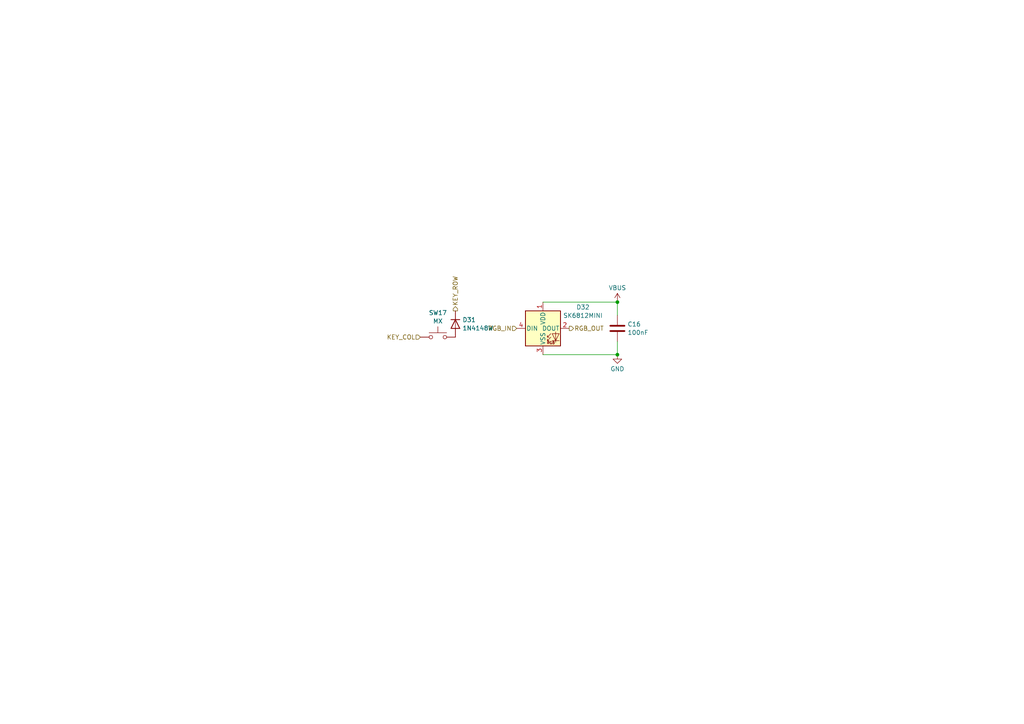
<source format=kicad_sch>
(kicad_sch (version 20231120) (generator "eeschema") (generator_version "8.0")
  (paper "A4")
  (lib_symbols
    (symbol "DecentUSB_Library:SK6812MINI" (pin_names (offset 0.254))
      (property "Reference" "D" (at 5.08 5.715 0))
      (property "Value" "SK6812MINI" (at 1.27 -5.715 0))
      (symbol "SK6812MINI_0_0"
        (text "RGB" (at 2.286 -4.191 0) (effects (font (size 0.762 0.762))))
      )
      (symbol "SK6812MINI_0_1"
        (polyline (pts (xy 1.27 -3.556) (xy 1.778 -3.556)))
        (polyline (pts (xy 1.27 -2.54) (xy 1.778 -2.54)))
        (polyline (pts (xy 4.699 -3.556) (xy 2.667 -3.556)))
        (polyline (pts (xy 2.286 -2.54) (xy 1.27 -3.556) (xy 1.27 -3.048)))
        (polyline (pts (xy 2.286 -1.524) (xy 1.27 -2.54) (xy 1.27 -2.032)))
        (polyline (pts (xy 3.683 -1.016) (xy 3.683 -3.556) (xy 3.683 -4.064)))
        (polyline (pts (xy 4.699 -1.524) (xy 2.667 -1.524) (xy 3.683 -3.556) (xy 4.699 -1.524)))
        (rectangle (start 5.08 5.08) (end -5.08 -5.08) (stroke (width 0.254)) (fill (type background)))
      )
      (symbol "SK6812MINI_1_1"
        (pin power_in line (at 0 7.62 270) (length 2.54) (name "VDD") (number "1"))
        (pin output line (at 7.62 0 180) (length 2.54) (name "DOUT") (number "2"))
        (pin power_in line (at 0 -7.62 90) (length 2.54) (name "VSS") (number "3"))
        (pin input line (at -7.62 0 0) (length 2.54) (name "DIN") (number "4"))
      )
    )
    (symbol "Device:C" (pin_numbers hide) (pin_names (offset 0.254))
      (property "Reference" "C" (at 0.635 2.54 0))
      (property "Value" "C" (at 0.635 -2.54 0))
      (symbol "C_0_1"
        (polyline (pts (xy -2.032 -0.762) (xy 2.032 -0.762)) (stroke (width 0.508)))
        (polyline (pts (xy -2.032 0.762) (xy 2.032 0.762)) (stroke (width 0.508)))
      )
      (symbol "C_1_1"
        (pin passive line (at 0 3.81 270) (length 2.794) (name "~") (number "1"))
        (pin passive line (at 0 -3.81 90) (length 2.794) (name "~") (number "2"))
      )
    )
    (symbol "Device:D" (pin_numbers hide) (pin_names (offset 1.016) hide)
      (property "Reference" "D" (at 0 2.54 0))
      (property "Value" "D" (at 0 -2.54 0))
      (symbol "D_0_1"
        (polyline (pts (xy -1.27 1.27) (xy -1.27 -1.27)) (stroke (width 0.254)))
        (polyline (pts (xy 1.27 0) (xy -1.27 0)))
        (polyline (pts (xy 1.27 1.27) (xy 1.27 -1.27) (xy -1.27 0) (xy 1.27 1.27)) (stroke (width 0.254)))
      )
      (symbol "D_1_1"
        (pin passive line (at -3.81 0 0) (length 2.54) (name "K") (number "1"))
        (pin passive line (at 3.81 0 180) (length 2.54) (name "A") (number "2"))
      )
    )
    (symbol "Switch:SW_Push" (pin_numbers hide) (pin_names (offset 1.016) hide)
      (property "Reference" "SW" (at 1.27 2.54 0))
      (property "Value" "SW_Push" (at 0 -1.524 0))
      (symbol "SW_Push_0_1"
        (circle (center -2.032 0) (radius 0.508))
        (polyline (pts (xy 0 1.27) (xy 0 3.048)))
        (polyline (pts (xy 2.54 1.27) (xy -2.54 1.27)))
        (circle (center 2.032 0) (radius 0.508))
        (pin passive line (at -5.08 0 0) (length 2.54) (name "1") (number "1"))
        (pin passive line (at 5.08 0 180) (length 2.54) (name "2") (number "2"))
      )
    )
    (symbol "power:GND" (power) (pin_numbers hide) (pin_names (offset 0) hide)
      (property "Value" "GND" (at 0 -3.81 0))
      (symbol "GND_0_1"
        (polyline (pts (xy 0 0) (xy 0 -1.27) (xy 1.27 -1.27) (xy 0 -2.54) (xy -1.27 -1.27) (xy 0 -1.27)))
      )
      (symbol "GND_1_1"
        (pin power_in line (at 0 0 270) (length 0) (name "~") (number "1"))
      )
    )
    (symbol "power:VBUS" (power) (pin_numbers hide) (pin_names (offset 0) hide)
      (property "Value" "VBUS" (at 0 3.556 0))
      (symbol "VBUS_0_1"
        (polyline (pts (xy -0.762 1.27) (xy 0 2.54)))
        (polyline (pts (xy 0 0) (xy 0 2.54)))
        (polyline (pts (xy 0 2.54) (xy 0.762 1.27)))
      )
      (symbol "VBUS_1_1"
        (pin power_in line (at 0 0 90) (length 0) (name "~") (number "1"))
      )
    )
  )
  (junction (at 179.07 87.63))
  (junction (at 179.07 102.87))
  (wire (pts (xy 179.07 102.87) (xy 157.48 102.87)))
  (wire (pts (xy 179.07 87.63) (xy 179.07 91.44)))
  (wire (pts (xy 157.48 87.63) (xy 179.07 87.63)))
  (wire (pts (xy 179.07 99.06) (xy 179.07 102.87)))
  (hierarchical_label "KEY_ROW" (shape output) (at 132.08 90.17 90))
  (hierarchical_label "KEY_COL" (shape input) (at 121.92 97.79 180))
  (hierarchical_label "RGB_OUT" (shape output) (at 165.1 95.25 0))
  (hierarchical_label "RGB_IN" (shape input) (at 149.86 95.25 180))
  (symbol (lib_id "Device:D") (at 132.08 93.98 270) (unit 1)
    (property "Reference" "D31" (at 134.112 92.7678 90) (effects (justify left)))
    (property "Value" "1N4148W" (at 134.112 95.1921 90) (effects (justify left)))
    (property "Footprint" "DecenTKL:D_SOD-123" (effects (hide yes)))
    (property "Description" "Diode" (effects (hide yes)))
    (property "Sim.Device" "D" (effects (hide yes)))
    (property "Sim.Pins" "1=K 2=A" (effects (hide yes)))
    (property "JLCPCB Part #" "C181134" (effects (hide yes)))
    (instances (project "DecentNumPad" (path "" (reference "D31") (unit 1)) (path "" (reference "D17") (unit 1)) (path "" (reference "D9") (unit 1)) (path "" (reference "D19") (unit 1)) (path "" (reference "D23") (unit 1)) (path "" (reference "D11") (unit 1)) (path "" (reference "D35") (unit 1)) (path "" (reference "D21") (unit 1)) (path "" (reference "D5") (unit 1)) (path "" (reference "D27") (unit 1)) (path "" (reference "D13") (unit 1)) (path "" (reference "D37") (unit 1)) (path "" (reference "D7") (unit 1)) (path "" (reference "D33") (unit 1)) (path "" (reference "D29") (unit 1)) (path "" (reference "D15") (unit 1)) (path "" (reference "D25") (unit 1))))
  )
  (symbol (lib_id "power:GND") (at 179.07 102.87 0) (unit 1)
    (property "Reference" "#PWR068" (effects (hide yes)))
    (property "Value" "GND" (at 179.07 107.0031 0))
    (property "Description" "Power symbol creates a global label with name \"GND\" , ground" (effects (hide yes)))
    (instances (project "" (path "" (reference "#PWR068") (unit 1)) (path "" (reference "#PWR061") (unit 1)) (path "" (reference "#PWR057") (unit 1)) (path "" (reference "#PWR062") (unit 1)) (path "" (reference "#PWR064") (unit 1)) (path "" (reference "#PWR058") (unit 1)) (path "" (reference "#PWR070") (unit 1)) (path "" (reference "#PWR063") (unit 1)) (path "" (reference "#PWR055") (unit 1)) (path "" (reference "#PWR066") (unit 1)) (path "" (reference "#PWR059") (unit 1)) (path "" (reference "#PWR071") (unit 1)) (path "" (reference "#PWR056") (unit 1)) (path "" (reference "#PWR069") (unit 1)) (path "" (reference "#PWR067") (unit 1)) (path "" (reference "#PWR060") (unit 1)) (path "" (reference "#PWR065") (unit 1))))
  )
  (symbol (lib_id "power:VBUS") (at 179.07 87.63 0) (unit 1)
    (property "Reference" "#PWR090" (effects (hide yes)))
    (property "Value" "VBUS" (at 179.07 83.4969 0))
    (property "Description" "Power symbol creates a global label with name \"VBUS\"" (effects (hide yes)))
    (instances (project "DecentNumPad" (path "" (reference "#PWR090") (unit 1)) (path "" (reference "#PWR083") (unit 1)) (path "" (reference "#PWR079") (unit 1)) (path "" (reference "#PWR084") (unit 1)) (path "" (reference "#PWR086") (unit 1)) (path "" (reference "#PWR080") (unit 1)) (path "" (reference "#PWR092") (unit 1)) (path "" (reference "#PWR085") (unit 1)) (path "" (reference "#PWR077") (unit 1)) (path "" (reference "#PWR088") (unit 1)) (path "" (reference "#PWR081") (unit 1)) (path "" (reference "#PWR093") (unit 1)) (path "" (reference "#PWR078") (unit 1)) (path "" (reference "#PWR091") (unit 1)) (path "" (reference "#PWR089") (unit 1)) (path "" (reference "#PWR082") (unit 1)) (path "" (reference "#PWR087") (unit 1))))
  )
  (symbol (lib_id "Device:C") (at 179.07 95.25 0) (unit 1)
    (property "Reference" "C16" (at 181.991 94.0378 0) (effects (justify left)))
    (property "Value" "100nF" (at 181.991 96.4621 0) (effects (justify left)))
    (property "Footprint" "DecenTKL:C_0603_1608Metric" (effects (hide yes)))
    (property "Description" "Unpolarized capacitor" (effects (hide yes)))
    (property "JLCPCB Part #" "C14663" (effects (hide yes)))
    (instances (project "DecentNumPad" (path "" (reference "C16") (unit 1)) (path "" (reference "C9") (unit 1)) (path "" (reference "C5") (unit 1)) (path "" (reference "C10") (unit 1)) (path "" (reference "C12") (unit 1)) (path "" (reference "C6") (unit 1)) (path "" (reference "C18") (unit 1)) (path "" (reference "C11") (unit 1)) (path "" (reference "C3") (unit 1)) (path "" (reference "C14") (unit 1)) (path "" (reference "C7") (unit 1)) (path "" (reference "C19") (unit 1)) (path "" (reference "C4") (unit 1)) (path "" (reference "C17") (unit 1)) (path "" (reference "C15") (unit 1)) (path "" (reference "C8") (unit 1)) (path "" (reference "C13") (unit 1))))
  )
  (symbol (lib_id "Switch:SW_Push") (at 127 97.79 0) (unit 1)
    (property "Reference" "SW17" (at 127 90.7245 0))
    (property "Value" "MX" (at 127 93.1488 0))
    (property "Footprint" "DecenTKL:Kailh_socket_MX_1-00U" (effects (hide yes)))
    (property "Description" "Push button switch, generic, two pins" (effects (hide yes)))
    (property "JLCPCB Part #" "C5156480" (effects (hide yes)))
    (property "JLCPCB Layer Override" "B.Cu" (effects (hide yes)))
    (instances (project "DecentNumPad" (path "" (reference "SW17") (unit 1)) (path "" (reference "SW10") (unit 1)) (path "" (reference "SW6") (unit 1)) (path "" (reference "SW11") (unit 1)) (path "" (reference "SW13") (unit 1)) (path "" (reference "SW7") (unit 1)) (path "" (reference "SW19") (unit 1)) (path "" (reference "SW12") (unit 1)) (path "" (reference "SW4") (unit 1)) (path "" (reference "SW15") (unit 1)) (path "" (reference "SW8") (unit 1)) (path "" (reference "SW20") (unit 1)) (path "" (reference "SW5") (unit 1)) (path "" (reference "SW18") (unit 1)) (path "" (reference "SW16") (unit 1)) (path "" (reference "SW9") (unit 1)) (path "" (reference "SW14") (unit 1))))
  )
  (symbol (lib_id "DecentUSB_Library:SK6812MINI") (at 157.48 95.25 0) (unit 1)
    (property "Reference" "D32" (at 169.0877 89.105 0))
    (property "Value" "SK6812MINI" (at 169.0877 91.5293 0))
    (property "Footprint" "LED_SMD:LED_SK6812MINI_PLCC4_3.5x3.5mm_P1.75mm" (effects (hide yes)))
    (property "Datasheet" "https://cdn-shop.adafruit.com/product-files/2686/SK6812MINI_REV.01-1-2.pdf" (effects (hide yes)))
    (property "Description" "RGB LED with integrated controller" (effects (hide yes)))
    (property "JLCPCB Part #" "C5149201" (effects (hide yes)))
    (instances (project "" (path "" (reference "D32") (unit 1)) (path "" (reference "D18") (unit 1)) (path "" (reference "D10") (unit 1)) (path "" (reference "D20") (unit 1)) (path "" (reference "D24") (unit 1)) (path "" (reference "D12") (unit 1)) (path "" (reference "D4") (unit 1)) (path "" (reference "D36") (unit 1)) (path "" (reference "D2") (unit 1)) (path "" (reference "D22") (unit 1)) (path "" (reference "D6") (unit 1)) (path "" (reference "D28") (unit 1)) (path "" (reference "D14") (unit 1)) (path "" (reference "D38") (unit 1)) (path "" (reference "D8") (unit 1)) (path "" (reference "D34") (unit 1)) (path "" (reference "D30") (unit 1)) (path "" (reference "D16") (unit 1)) (path "" (reference "D26") (unit 1))))
  )
)
</source>
